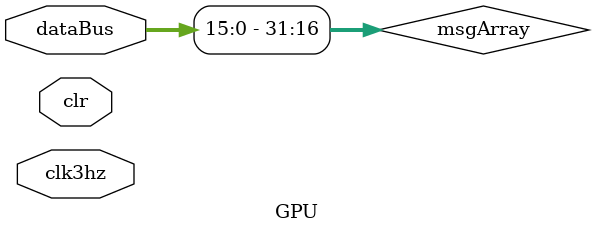
<source format=v>
`timescale 1ns / 1ps
module GPU(
    input clk3hz,
    input clr,
    input [15:0] dataBus
    );

    reg [31:0] msgArray;
    parameter NUMBER = 32'h42024137;

    assign dataBus = msgArray[31:16];

    always @(posedge clk3hz or negedge clr) begin
        if (!clr)
            msgArray <= NUMBER;
        else begin
            msgArray[3:0] <= msgArray[31:28];
            msgArray[31:4] <= msgArray[27:0];
        end        
    end

endmodule

</source>
